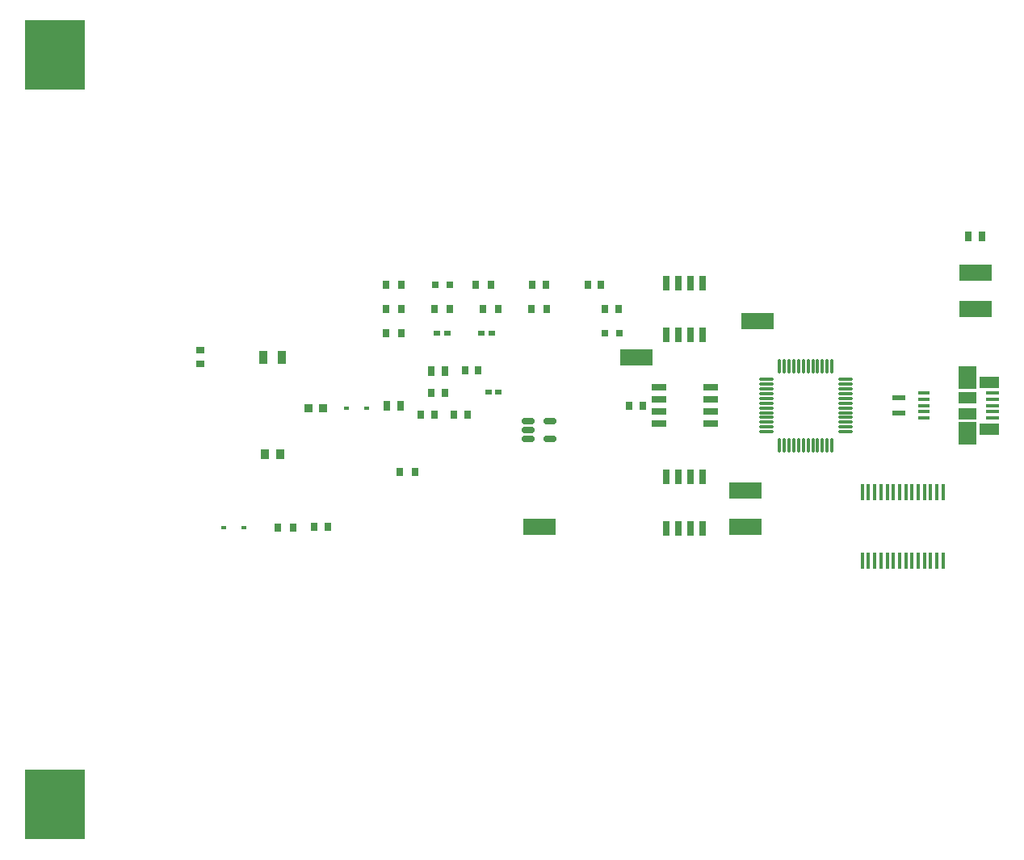
<source format=gtp>
G04 #@! TF.GenerationSoftware,KiCad,Pcbnew,(6.0.1)*
G04 #@! TF.CreationDate,2022-04-11T21:44:22+02:00*
G04 #@! TF.ProjectId,main,6d61696e-2e6b-4696-9361-645f70636258,rev?*
G04 #@! TF.SameCoordinates,Original*
G04 #@! TF.FileFunction,Paste,Top*
G04 #@! TF.FilePolarity,Positive*
%FSLAX46Y46*%
G04 Gerber Fmt 4.6, Leading zero omitted, Abs format (unit mm)*
G04 Created by KiCad (PCBNEW (6.0.1)) date 2022-04-11 21:44:22*
%MOMM*%
%LPD*%
G01*
G04 APERTURE LIST*
G04 Aperture macros list*
%AMRoundRect*
0 Rectangle with rounded corners*
0 $1 Rounding radius*
0 $2 $3 $4 $5 $6 $7 $8 $9 X,Y pos of 4 corners*
0 Add a 4 corners polygon primitive as box body*
4,1,4,$2,$3,$4,$5,$6,$7,$8,$9,$2,$3,0*
0 Add four circle primitives for the rounded corners*
1,1,$1+$1,$2,$3*
1,1,$1+$1,$4,$5*
1,1,$1+$1,$6,$7*
1,1,$1+$1,$8,$9*
0 Add four rect primitives between the rounded corners*
20,1,$1+$1,$2,$3,$4,$5,0*
20,1,$1+$1,$4,$5,$6,$7,0*
20,1,$1+$1,$6,$7,$8,$9,0*
20,1,$1+$1,$8,$9,$2,$3,0*%
G04 Aperture macros list end*
%ADD10R,0.900000X1.000000*%
%ADD11R,0.760000X0.980000*%
%ADD12RoundRect,0.150000X-0.512500X-0.150000X0.512500X-0.150000X0.512500X0.150000X-0.512500X0.150000X0*%
%ADD13R,0.730000X0.940000*%
%ADD14R,0.950000X1.400000*%
%ADD15R,0.900000X0.950000*%
%ADD16R,0.800000X0.950000*%
%ADD17R,1.380000X0.450000*%
%ADD18R,2.100000X1.300000*%
%ADD19R,1.900000X1.175000*%
%ADD20R,1.900000X2.375000*%
%ADD21R,3.400000X1.800000*%
%ADD22R,1.250000X0.400000*%
%ADD23R,1.350000X0.600000*%
%ADD24R,0.800000X0.800000*%
%ADD25R,1.525000X0.650000*%
%ADD26R,0.600000X0.450000*%
%ADD27RoundRect,0.075000X-0.662500X-0.075000X0.662500X-0.075000X0.662500X0.075000X-0.662500X0.075000X0*%
%ADD28RoundRect,0.075000X-0.075000X-0.662500X0.075000X-0.662500X0.075000X0.662500X-0.075000X0.662500X0*%
%ADD29R,0.750000X0.600000*%
%ADD30R,0.700000X0.600000*%
%ADD31R,0.450000X1.750000*%
%ADD32R,0.650000X1.525000*%
%ADD33R,0.940000X0.730000*%
%ADD34R,6.350000X7.340000*%
G04 APERTURE END LIST*
D10*
X105840000Y-101600000D03*
X107440000Y-101600000D03*
D11*
X118670000Y-96520000D03*
X120090000Y-96520000D03*
D12*
X133482500Y-98110000D03*
X133482500Y-99060000D03*
X133482500Y-100010000D03*
X135757500Y-100010000D03*
X135757500Y-98110000D03*
D13*
X133910000Y-83820000D03*
X135330000Y-83820000D03*
D14*
X105730000Y-91440000D03*
X107630000Y-91440000D03*
D15*
X110440000Y-96805000D03*
X111940000Y-96805000D03*
D16*
X118580000Y-88900000D03*
X120180000Y-88900000D03*
X128740000Y-86360000D03*
X130340000Y-86360000D03*
D17*
X182185000Y-95220000D03*
X182185000Y-95870000D03*
X182185000Y-96520000D03*
X182185000Y-97170000D03*
X182185000Y-97820000D03*
D18*
X181825000Y-98972500D03*
X181825000Y-94067500D03*
D19*
X179525000Y-95682500D03*
X179525000Y-97357500D03*
D20*
X179525000Y-93607500D03*
X179525000Y-99432500D03*
D13*
X125685000Y-97470000D03*
X127105000Y-97470000D03*
D21*
X157480000Y-87630000D03*
D22*
X174947212Y-95220000D03*
X174947212Y-95870000D03*
X174947212Y-96520000D03*
X174947212Y-97170000D03*
X174947212Y-97820000D03*
D23*
X172297212Y-95720000D03*
X172297212Y-97320000D03*
D24*
X141490000Y-88900000D03*
X142990000Y-88900000D03*
D11*
X179630000Y-78740000D03*
X181050000Y-78740000D03*
D25*
X147148000Y-94615000D03*
X147148000Y-95885000D03*
X147148000Y-97155000D03*
X147148000Y-98425000D03*
X152572000Y-98425000D03*
X152572000Y-97155000D03*
X152572000Y-95885000D03*
X152572000Y-94615000D03*
D26*
X103625000Y-109300000D03*
X101525000Y-109300000D03*
D27*
X158397500Y-93770000D03*
X158397500Y-94270000D03*
X158397500Y-94770000D03*
X158397500Y-95270000D03*
X158397500Y-95770000D03*
X158397500Y-96270000D03*
X158397500Y-96770000D03*
X158397500Y-97270000D03*
X158397500Y-97770000D03*
X158397500Y-98270000D03*
X158397500Y-98770000D03*
X158397500Y-99270000D03*
D28*
X159810000Y-100682500D03*
X160310000Y-100682500D03*
X160810000Y-100682500D03*
X161310000Y-100682500D03*
X161810000Y-100682500D03*
X162310000Y-100682500D03*
X162810000Y-100682500D03*
X163310000Y-100682500D03*
X163810000Y-100682500D03*
X164310000Y-100682500D03*
X164810000Y-100682500D03*
X165310000Y-100682500D03*
D27*
X166722500Y-99270000D03*
X166722500Y-98770000D03*
X166722500Y-98270000D03*
X166722500Y-97770000D03*
X166722500Y-97270000D03*
X166722500Y-96770000D03*
X166722500Y-96270000D03*
X166722500Y-95770000D03*
X166722500Y-95270000D03*
X166722500Y-94770000D03*
X166722500Y-94270000D03*
X166722500Y-93770000D03*
D28*
X165310000Y-92357500D03*
X164810000Y-92357500D03*
X164310000Y-92357500D03*
X163810000Y-92357500D03*
X163310000Y-92357500D03*
X162810000Y-92357500D03*
X162310000Y-92357500D03*
X161810000Y-92357500D03*
X161310000Y-92357500D03*
X160810000Y-92357500D03*
X160310000Y-92357500D03*
X159810000Y-92357500D03*
D21*
X156210000Y-105410000D03*
D24*
X123710000Y-83820000D03*
X125210000Y-83820000D03*
D16*
X119990000Y-103450000D03*
X121590000Y-103450000D03*
D26*
X114440000Y-96830000D03*
X116540000Y-96830000D03*
D13*
X139700000Y-83820000D03*
X141120000Y-83820000D03*
X144070000Y-96520000D03*
X145490000Y-96520000D03*
D16*
X127940000Y-83820000D03*
X129540000Y-83820000D03*
D13*
X122185000Y-97470000D03*
X123605000Y-97470000D03*
D16*
X118580000Y-86360000D03*
X120180000Y-86360000D03*
D29*
X128535000Y-88900000D03*
X129635000Y-88900000D03*
D16*
X133820000Y-86360000D03*
X135420000Y-86360000D03*
D11*
X123310000Y-92870000D03*
X124730000Y-92870000D03*
D13*
X126825000Y-92850000D03*
X128245000Y-92850000D03*
X111050000Y-109220000D03*
X112470000Y-109220000D03*
D30*
X129270000Y-95070000D03*
X130370000Y-95070000D03*
D21*
X144780000Y-91440000D03*
D31*
X168495000Y-112820000D03*
X169145000Y-112820000D03*
X169795000Y-112820000D03*
X170445000Y-112820000D03*
X171095000Y-112820000D03*
X171745000Y-112820000D03*
X172395000Y-112820000D03*
X173045000Y-112820000D03*
X173695000Y-112820000D03*
X174345000Y-112820000D03*
X174995000Y-112820000D03*
X175645000Y-112820000D03*
X176295000Y-112820000D03*
X176945000Y-112820000D03*
X176945000Y-105620000D03*
X176295000Y-105620000D03*
X175645000Y-105620000D03*
X174995000Y-105620000D03*
X174345000Y-105620000D03*
X173695000Y-105620000D03*
X173045000Y-105620000D03*
X172395000Y-105620000D03*
X171745000Y-105620000D03*
X171095000Y-105620000D03*
X170445000Y-105620000D03*
X169795000Y-105620000D03*
X169145000Y-105620000D03*
X168495000Y-105620000D03*
D21*
X180340000Y-82550000D03*
D29*
X123910000Y-88900000D03*
X125010000Y-88900000D03*
D21*
X156210000Y-109220000D03*
D13*
X123295000Y-95180000D03*
X124715000Y-95180000D03*
D21*
X134620000Y-109220000D03*
X180340000Y-86360000D03*
D16*
X118580000Y-83820000D03*
X120180000Y-83820000D03*
X107235000Y-109350000D03*
X108835000Y-109350000D03*
D32*
X147955000Y-89072000D03*
X149225000Y-89072000D03*
X150495000Y-89072000D03*
X151765000Y-89072000D03*
X151765000Y-83648000D03*
X150495000Y-83648000D03*
X149225000Y-83648000D03*
X147955000Y-83648000D03*
X147955000Y-109392000D03*
X149225000Y-109392000D03*
X150495000Y-109392000D03*
X151765000Y-109392000D03*
X151765000Y-103968000D03*
X150495000Y-103968000D03*
X149225000Y-103968000D03*
X147955000Y-103968000D03*
D33*
X99060000Y-92150000D03*
X99060000Y-90730000D03*
D16*
X123660000Y-86360000D03*
X125260000Y-86360000D03*
D34*
X83820000Y-138390000D03*
X83820000Y-59730000D03*
D13*
X141530000Y-86360000D03*
X142950000Y-86360000D03*
M02*

</source>
